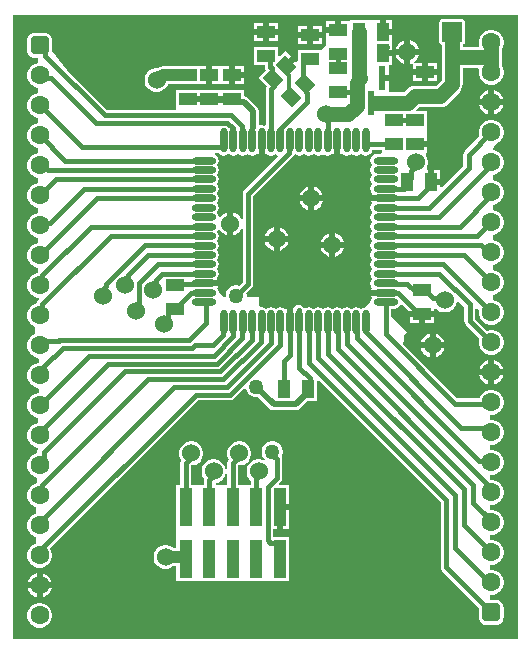
<source format=gbr>
G04*
G04 #@! TF.GenerationSoftware,Altium Limited,Altium Designer,24.3.1 (35)*
G04*
G04 Layer_Physical_Order=1*
G04 Layer_Color=255*
%FSLAX25Y25*%
%MOIN*%
G70*
G04*
G04 #@! TF.SameCoordinates,2C43556E-CA56-414C-B847-F3BA9A1E951D*
G04*
G04*
G04 #@! TF.FilePolarity,Positive*
G04*
G01*
G75*
%ADD21R,0.04016X0.12658*%
G04:AMPARAMS|DCode=22|XSize=55.12mil|YSize=45.28mil|CornerRadius=0mil|HoleSize=0mil|Usage=FLASHONLY|Rotation=315.000|XOffset=0mil|YOffset=0mil|HoleType=Round|Shape=Rectangle|*
%AMROTATEDRECTD22*
4,1,4,-0.03550,0.00348,-0.00348,0.03550,0.03550,-0.00348,0.00348,-0.03550,-0.03550,0.00348,0.0*
%
%ADD22ROTATEDRECTD22*%

%ADD29R,0.06000X0.04000*%
%ADD30R,0.02362X0.08268*%
%ADD31O,0.08071X0.02362*%
%ADD32O,0.02362X0.08071*%
%ADD33R,0.04000X0.06000*%
%ADD34C,0.03000*%
%ADD35C,0.01500*%
%ADD36C,0.05000*%
%ADD37C,0.04000*%
%ADD38C,0.02000*%
%ADD39C,0.01600*%
%ADD40C,0.01400*%
%ADD41R,0.06500X0.06500*%
%ADD42C,0.06299*%
G04:AMPARAMS|DCode=43|XSize=62.99mil|YSize=62.99mil|CornerRadius=15.75mil|HoleSize=0mil|Usage=FLASHONLY|Rotation=90.000|XOffset=0mil|YOffset=0mil|HoleType=Round|Shape=RoundedRectangle|*
%AMROUNDEDRECTD43*
21,1,0.06299,0.03150,0,0,90.0*
21,1,0.03150,0.06299,0,0,90.0*
1,1,0.03150,0.01575,0.01575*
1,1,0.03150,0.01575,-0.01575*
1,1,0.03150,-0.01575,-0.01575*
1,1,0.03150,-0.01575,0.01575*
%
%ADD43ROUNDEDRECTD43*%
%ADD44C,0.06000*%
%ADD45C,0.05000*%
G36*
X456000Y219500D02*
X287854D01*
X287500Y219854D01*
X287512Y427450D01*
X287632Y427500D01*
X456000D01*
Y219500D01*
D02*
G37*
%LPC*%
G36*
X395000Y425500D02*
X392000D01*
Y423500D01*
X395000D01*
Y425500D01*
D02*
G37*
G36*
X414000Y426000D02*
X412000D01*
Y423000D01*
X414000D01*
Y426000D01*
D02*
G37*
G36*
X376000Y425000D02*
X373000D01*
Y423000D01*
X376000D01*
Y425000D01*
D02*
G37*
G36*
X371000D02*
X368000D01*
Y423000D01*
X371000D01*
Y425000D01*
D02*
G37*
G36*
X390500Y424000D02*
X387500D01*
Y422000D01*
X390500D01*
Y424000D01*
D02*
G37*
G36*
X385500D02*
X382500D01*
Y422000D01*
X385500D01*
Y424000D01*
D02*
G37*
G36*
X376000Y421000D02*
X373000D01*
Y419000D01*
X376000D01*
Y421000D01*
D02*
G37*
G36*
X371000D02*
X368000D01*
Y419000D01*
X371000D01*
Y421000D01*
D02*
G37*
G36*
X390500Y420000D02*
X387500D01*
Y418000D01*
X390500D01*
Y420000D01*
D02*
G37*
G36*
X385500D02*
X382500D01*
Y418000D01*
X385500D01*
Y420000D01*
D02*
G37*
G36*
X420044Y419172D02*
Y416299D01*
X422917D01*
X422771Y416843D01*
X422245Y417755D01*
X421500Y418500D01*
X420588Y419027D01*
X420044Y419172D01*
D02*
G37*
G36*
X418044D02*
X417500Y419027D01*
X416588Y418500D01*
X415843Y417755D01*
X415316Y416843D01*
X415171Y416299D01*
X418044D01*
Y419172D01*
D02*
G37*
G36*
Y414299D02*
X415171D01*
X415316Y413755D01*
X415843Y412843D01*
X416588Y412098D01*
X417500Y411572D01*
X418044Y411426D01*
Y414299D01*
D02*
G37*
G36*
X429000Y411500D02*
X426000D01*
Y409500D01*
X429000D01*
Y411500D01*
D02*
G37*
G36*
X422917Y414299D02*
X420044D01*
Y411426D01*
X420522Y411554D01*
X420758Y411432D01*
X421000Y411232D01*
Y409500D01*
X424000D01*
Y411500D01*
X421464D01*
X421330Y412000D01*
X421500Y412098D01*
X422245Y412843D01*
X422771Y413755D01*
X422917Y414299D01*
D02*
G37*
G36*
X364500Y410500D02*
X361500D01*
Y408500D01*
X364500D01*
Y410500D01*
D02*
G37*
G36*
X429000Y407500D02*
X426000D01*
Y405500D01*
X429000D01*
Y407500D01*
D02*
G37*
G36*
X424000D02*
X421000D01*
Y405500D01*
X424000D01*
Y407500D01*
D02*
G37*
G36*
X364500Y406500D02*
X361500D01*
Y404500D01*
X364500D01*
Y406500D01*
D02*
G37*
G36*
X359500Y410500D02*
X354000D01*
Y407500D01*
Y404500D01*
X359500D01*
Y407500D01*
Y410500D01*
D02*
G37*
G36*
X346000Y410526D02*
X337541D01*
X336758Y410423D01*
X336028Y410120D01*
X335871Y410000D01*
X334973D01*
X333956Y409727D01*
X333044Y409201D01*
X332299Y408456D01*
X331773Y407544D01*
X331500Y406527D01*
Y405473D01*
X331773Y404456D01*
X332299Y403544D01*
X333044Y402799D01*
X333956Y402273D01*
X334973Y402000D01*
X336027D01*
X337044Y402273D01*
X337956Y402799D01*
X338701Y403544D01*
X339227Y404456D01*
X339232Y404474D01*
X346000D01*
X346197Y404500D01*
X352000D01*
Y407500D01*
Y410500D01*
X346197D01*
X346000Y410526D01*
D02*
G37*
G36*
X437250Y426270D02*
X430750D01*
X430360Y426192D01*
X430029Y425971D01*
X429808Y425640D01*
X429730Y425250D01*
Y418750D01*
X429808Y418360D01*
X430029Y418029D01*
X430360Y417808D01*
X430470Y417786D01*
Y412500D01*
Y405941D01*
X428558Y404030D01*
X421500D01*
X420586Y403910D01*
X419735Y403557D01*
X419004Y402996D01*
X417904Y401896D01*
X412921D01*
Y405634D01*
X410740D01*
Y407634D01*
X412921D01*
Y411000D01*
X414000D01*
Y414000D01*
X411000D01*
Y416000D01*
X414000D01*
Y416828D01*
X414034Y417000D01*
X414000Y417172D01*
Y418000D01*
Y421000D01*
X411000D01*
Y422000D01*
X410000D01*
Y426000D01*
X400000D01*
Y425500D01*
X397000D01*
Y422500D01*
X396000D01*
Y421500D01*
X392000D01*
Y419500D01*
Y417500D01*
X390500Y416000D01*
X382500D01*
Y412223D01*
X382038Y412032D01*
X381680Y412390D01*
X379372Y410082D01*
X377958Y411496D01*
X380266Y413804D01*
X378317Y415753D01*
X376462Y413898D01*
X376000Y414089D01*
Y417000D01*
X368000D01*
Y411000D01*
X371581D01*
Y410413D01*
X371717Y409730D01*
X371948Y409384D01*
X369247Y406683D01*
X372120Y403810D01*
X371977Y403596D01*
X371842Y402914D01*
Y390911D01*
X371401Y390675D01*
X371327Y390724D01*
X370476Y390893D01*
X370039Y390806D01*
X369539Y391216D01*
Y395500D01*
X369384Y396280D01*
X368942Y396942D01*
X365942Y399942D01*
X365280Y400384D01*
X364500Y400539D01*
Y402500D01*
X342000D01*
Y396500D01*
X341793Y396086D01*
X319010D01*
X305705Y409390D01*
X300620Y415528D01*
X300672Y415925D01*
Y419075D01*
X300583Y419747D01*
X300324Y420373D01*
X299911Y420911D01*
X299373Y421324D01*
X298747Y421583D01*
X298075Y421672D01*
X294925D01*
X294253Y421583D01*
X293627Y421324D01*
X293089Y420911D01*
X292676Y420373D01*
X292417Y419747D01*
X292328Y419075D01*
Y415925D01*
X292417Y415253D01*
X292676Y414627D01*
X293089Y414089D01*
X293627Y413676D01*
X294253Y413417D01*
X294925Y413328D01*
X296000D01*
Y411650D01*
X295954D01*
X294898Y411367D01*
X293952Y410820D01*
X293179Y410048D01*
X292633Y409102D01*
X292350Y408046D01*
Y406954D01*
X292633Y405898D01*
X293179Y404952D01*
X293952Y404179D01*
X294898Y403633D01*
X295954Y403350D01*
X296000D01*
Y401650D01*
X295954D01*
X294898Y401367D01*
X293952Y400820D01*
X293179Y400048D01*
X292633Y399102D01*
X292350Y398046D01*
Y396954D01*
X292633Y395898D01*
X293179Y394952D01*
X293952Y394180D01*
X294898Y393633D01*
X295954Y393350D01*
X296000D01*
Y391650D01*
X295954D01*
X294898Y391367D01*
X293952Y390821D01*
X293179Y390048D01*
X292633Y389102D01*
X292350Y388046D01*
Y386954D01*
X292633Y385898D01*
X293179Y384952D01*
X293952Y384179D01*
X294898Y383633D01*
X295954Y383350D01*
X296000D01*
Y381650D01*
X295954D01*
X294898Y381367D01*
X293952Y380820D01*
X293179Y380048D01*
X292633Y379102D01*
X292350Y378046D01*
Y376954D01*
X292633Y375898D01*
X293179Y374952D01*
X293952Y374180D01*
X294898Y373633D01*
X295954Y373350D01*
X296000D01*
Y371650D01*
X295954D01*
X294898Y371367D01*
X293952Y370820D01*
X293179Y370048D01*
X292633Y369102D01*
X292350Y368046D01*
Y366954D01*
X292633Y365898D01*
X293179Y364952D01*
X293952Y364179D01*
X294898Y363633D01*
X295954Y363350D01*
X296000D01*
Y361650D01*
X295954D01*
X294898Y361367D01*
X293952Y360821D01*
X293179Y360048D01*
X292633Y359102D01*
X292350Y358046D01*
Y356954D01*
X292633Y355898D01*
X293179Y354952D01*
X293952Y354180D01*
X294898Y353633D01*
X295954Y353350D01*
X296000D01*
Y351650D01*
X295954D01*
X294898Y351367D01*
X293952Y350820D01*
X293179Y350048D01*
X292633Y349102D01*
X292350Y348046D01*
Y346954D01*
X292633Y345898D01*
X293179Y344952D01*
X293952Y344180D01*
X294898Y343633D01*
X295954Y343350D01*
X296000D01*
Y342045D01*
X295704Y341601D01*
X295700Y341582D01*
X294898Y341367D01*
X293952Y340821D01*
X293179Y340048D01*
X292633Y339102D01*
X292350Y338046D01*
Y336954D01*
X292633Y335898D01*
X293179Y334952D01*
X293952Y334179D01*
X294898Y333633D01*
X295954Y333350D01*
X296313D01*
X296505Y332889D01*
X296101Y332485D01*
X295704Y331890D01*
X295639Y331565D01*
X294898Y331367D01*
X293952Y330820D01*
X293179Y330048D01*
X292633Y329102D01*
X292350Y328046D01*
Y326954D01*
X292633Y325898D01*
X293179Y324952D01*
X293952Y324180D01*
X294898Y323633D01*
X295000Y323606D01*
Y321394D01*
X294898Y321367D01*
X293952Y320820D01*
X293179Y320048D01*
X292633Y319102D01*
X292350Y318046D01*
Y316954D01*
X292633Y315898D01*
X293179Y314952D01*
X293952Y314179D01*
X294898Y313633D01*
X295954Y313350D01*
X296057D01*
X296406Y312993D01*
X296379Y311650D01*
X295954D01*
X294898Y311367D01*
X293952Y310821D01*
X293179Y310048D01*
X292633Y309102D01*
X292350Y308046D01*
Y306954D01*
X292633Y305898D01*
X293179Y304952D01*
X293952Y304180D01*
X294898Y303633D01*
X295954Y303350D01*
X296202Y303097D01*
X296172Y301650D01*
X295954D01*
X294898Y301367D01*
X293952Y300820D01*
X293179Y300048D01*
X292633Y299102D01*
X292350Y298046D01*
Y296954D01*
X292633Y295898D01*
X293179Y294952D01*
X293952Y294180D01*
X294898Y293633D01*
X295954Y293350D01*
X295999Y293304D01*
X295965Y291650D01*
X295954D01*
X294898Y291367D01*
X293952Y290821D01*
X293179Y290048D01*
X292633Y289102D01*
X292350Y288046D01*
Y286954D01*
X292633Y285898D01*
X293179Y284952D01*
X293952Y284179D01*
X294898Y283633D01*
X295794Y283393D01*
X295757Y281597D01*
X294898Y281367D01*
X293952Y280820D01*
X293179Y280048D01*
X292633Y279102D01*
X292350Y278046D01*
Y276954D01*
X292633Y275898D01*
X293179Y274952D01*
X293952Y274180D01*
X294898Y273633D01*
X295588Y273448D01*
X295549Y271541D01*
X294898Y271367D01*
X293952Y270820D01*
X293179Y270048D01*
X292633Y269102D01*
X292350Y268046D01*
Y266954D01*
X292633Y265898D01*
X293179Y264952D01*
X293952Y264179D01*
X294898Y263633D01*
X295382Y263504D01*
X295341Y261485D01*
X294898Y261367D01*
X293952Y260821D01*
X293179Y260048D01*
X292633Y259102D01*
X292350Y258046D01*
Y256954D01*
X292633Y255898D01*
X293179Y254952D01*
X293952Y254180D01*
X294898Y253633D01*
X295177Y253559D01*
X295133Y251430D01*
X294898Y251367D01*
X293952Y250820D01*
X293179Y250048D01*
X292633Y249102D01*
X292350Y248046D01*
Y246954D01*
X292633Y245898D01*
X293179Y244952D01*
X293952Y244180D01*
X294898Y243633D01*
X295954Y243350D01*
X297046D01*
X298102Y243633D01*
X299048Y244180D01*
X299820Y244952D01*
X300367Y245898D01*
X300650Y246954D01*
Y248046D01*
X300367Y249102D01*
X299939Y249843D01*
X349310Y299215D01*
X359935D01*
X360637Y299354D01*
X361232Y299752D01*
X364764Y303284D01*
X365288Y303101D01*
X365472Y302416D01*
X365932Y301618D01*
X366584Y300966D01*
X367382Y300506D01*
X368272Y300267D01*
X369194D01*
X369316Y300300D01*
X373058Y296558D01*
X373720Y296116D01*
X374500Y295961D01*
X382000D01*
X382780Y296116D01*
X383442Y296558D01*
X385884Y299000D01*
X389000D01*
Y305751D01*
X389462Y305943D01*
X430165Y265240D01*
Y243500D01*
X430304Y242798D01*
X430702Y242202D01*
X442828Y230076D01*
X442828Y230075D01*
Y226925D01*
X442917Y226253D01*
X443176Y225627D01*
X443589Y225089D01*
X444127Y224676D01*
X444753Y224417D01*
X445425Y224328D01*
X448575D01*
X449247Y224417D01*
X449873Y224676D01*
X450411Y225089D01*
X450824Y225627D01*
X451083Y226253D01*
X451172Y226925D01*
Y230075D01*
X451083Y230747D01*
X450824Y231373D01*
X450411Y231911D01*
X449873Y232324D01*
X449247Y232583D01*
X448575Y232672D01*
X446500D01*
Y234350D01*
X447546D01*
X448602Y234633D01*
X449548Y235179D01*
X450320Y235952D01*
X450867Y236898D01*
X451150Y237954D01*
Y239046D01*
X450867Y240102D01*
X450320Y241048D01*
X449548Y241821D01*
X448602Y242367D01*
X447546Y242650D01*
X446500D01*
Y244350D01*
X447546D01*
X448602Y244633D01*
X449548Y245180D01*
X450320Y245952D01*
X450867Y246898D01*
X451150Y247954D01*
Y249046D01*
X450867Y250102D01*
X450320Y251048D01*
X449548Y251820D01*
X448602Y252367D01*
X447546Y252650D01*
X446500D01*
Y254350D01*
X447546D01*
X448602Y254633D01*
X449548Y255180D01*
X450320Y255952D01*
X450867Y256898D01*
X451150Y257954D01*
Y259046D01*
X450867Y260102D01*
X450320Y261048D01*
X449548Y261821D01*
X448602Y262367D01*
X447546Y262650D01*
X446500D01*
Y264350D01*
X447546D01*
X448602Y264633D01*
X449548Y265179D01*
X450320Y265952D01*
X450867Y266898D01*
X451150Y267954D01*
Y269046D01*
X450867Y270102D01*
X450320Y271048D01*
X449548Y271820D01*
X448602Y272367D01*
X447546Y272650D01*
X446872D01*
X446724Y272872D01*
X446500Y273095D01*
Y274350D01*
X447546D01*
X448602Y274633D01*
X449548Y275180D01*
X450320Y275952D01*
X450867Y276898D01*
X451150Y277954D01*
Y279046D01*
X450867Y280102D01*
X450320Y281048D01*
X449548Y281821D01*
X448602Y282367D01*
X447546Y282650D01*
X446500D01*
Y284350D01*
X447546D01*
X448602Y284633D01*
X449548Y285179D01*
X450320Y285952D01*
X450867Y286898D01*
X451150Y287954D01*
Y289046D01*
X450867Y290102D01*
X450320Y291048D01*
X449548Y291821D01*
X448602Y292367D01*
X447546Y292650D01*
X446500D01*
Y294350D01*
X447546D01*
X448602Y294633D01*
X449548Y295180D01*
X450320Y295952D01*
X450867Y296898D01*
X451150Y297954D01*
Y299046D01*
X450867Y300102D01*
X450320Y301048D01*
X449548Y301820D01*
X448602Y302367D01*
X447546Y302650D01*
X446454D01*
X445398Y302367D01*
X444452Y301820D01*
X443680Y301048D01*
X443133Y300102D01*
X443092Y299948D01*
X435648D01*
X417557Y318038D01*
X417749Y318500D01*
X418000D01*
Y321000D01*
X419000Y322000D01*
X413650Y327350D01*
Y329654D01*
X414669D01*
X415520Y329823D01*
X416242Y330306D01*
X416703Y330995D01*
X416790Y331071D01*
X417207Y331197D01*
X419405Y329000D01*
X424000D01*
X428000D01*
Y329636D01*
X428500Y329843D01*
X429044Y329299D01*
X429956Y328773D01*
X430973Y328500D01*
X432027D01*
X433044Y328773D01*
X433956Y329299D01*
X434701Y330044D01*
X435227Y330956D01*
X435500Y331973D01*
Y332251D01*
X435962Y332443D01*
X438012Y330392D01*
Y325653D01*
X438152Y324950D01*
X438550Y324355D01*
X443063Y319841D01*
X442850Y319046D01*
Y317954D01*
X443133Y316898D01*
X443680Y315952D01*
X444452Y315179D01*
X445398Y314633D01*
X446454Y314350D01*
X447546D01*
X448602Y314633D01*
X449548Y315179D01*
X450320Y315952D01*
X450867Y316898D01*
X451150Y317954D01*
Y319046D01*
X450867Y320102D01*
X450320Y321048D01*
X449548Y321820D01*
X448602Y322367D01*
X447546Y322650D01*
X446454D01*
X445659Y322437D01*
X441683Y326413D01*
Y329664D01*
X442145Y329855D01*
X442872Y329128D01*
X442850Y329046D01*
Y327954D01*
X443133Y326898D01*
X443680Y325952D01*
X444452Y325180D01*
X445398Y324633D01*
X446454Y324350D01*
X447546D01*
X448602Y324633D01*
X449548Y325180D01*
X450320Y325952D01*
X450867Y326898D01*
X451150Y327954D01*
Y329046D01*
X450867Y330102D01*
X450320Y331048D01*
X449548Y331821D01*
X448602Y332367D01*
X447546Y332650D01*
X447500D01*
Y334350D01*
X447546D01*
X448602Y334633D01*
X449548Y335179D01*
X450320Y335952D01*
X450867Y336898D01*
X451150Y337954D01*
Y339046D01*
X450867Y340102D01*
X450320Y341048D01*
X449548Y341821D01*
X448602Y342367D01*
X447546Y342650D01*
X447500D01*
Y344350D01*
X447546D01*
X448602Y344633D01*
X449548Y345180D01*
X450320Y345952D01*
X450867Y346898D01*
X451150Y347954D01*
Y349046D01*
X450867Y350102D01*
X450320Y351048D01*
X449548Y351820D01*
X448602Y352367D01*
X447546Y352650D01*
X447500D01*
Y354350D01*
X447546D01*
X448602Y354633D01*
X449548Y355180D01*
X450320Y355952D01*
X450867Y356898D01*
X451150Y357954D01*
Y359046D01*
X450867Y360102D01*
X450320Y361048D01*
X449548Y361821D01*
X448602Y362367D01*
X447546Y362650D01*
X447500D01*
Y364350D01*
X447546D01*
X448602Y364633D01*
X449548Y365179D01*
X450320Y365952D01*
X450867Y366898D01*
X451150Y367954D01*
Y369046D01*
X450867Y370102D01*
X450320Y371048D01*
X449548Y371820D01*
X448602Y372367D01*
X447546Y372650D01*
X447500D01*
Y374350D01*
X447546D01*
X448602Y374633D01*
X449548Y375180D01*
X450320Y375952D01*
X450867Y376898D01*
X451150Y377954D01*
Y379046D01*
X450867Y380102D01*
X450320Y381048D01*
X449548Y381821D01*
X448602Y382367D01*
X447824Y382575D01*
X447638Y383128D01*
X448602Y384633D01*
X449548Y385179D01*
X450320Y385952D01*
X450867Y386898D01*
X451150Y387954D01*
Y389046D01*
X450867Y390102D01*
X450320Y391048D01*
X449548Y391821D01*
X448602Y392367D01*
X447546Y392650D01*
X446454D01*
X445398Y392367D01*
X444452Y391821D01*
X443680Y391048D01*
X443133Y390102D01*
X442850Y389046D01*
Y387954D01*
X443063Y387159D01*
X438202Y382298D01*
X437804Y381702D01*
X437665Y381000D01*
Y377260D01*
X430462Y370057D01*
X430000Y370249D01*
Y371000D01*
X427000D01*
Y372000D01*
X426000D01*
Y376000D01*
X425753D01*
X425464Y376500D01*
X425727Y376956D01*
X426000Y377973D01*
Y379027D01*
X425727Y380044D01*
X425201Y380956D01*
X425119Y381038D01*
X425310Y381500D01*
X425500D01*
Y383500D01*
X421500D01*
Y385500D01*
X425500D01*
Y387500D01*
Y389500D01*
Y395500D01*
X422176D01*
X421992Y396000D01*
X422962Y396970D01*
X430021D01*
X430934Y397090D01*
X431786Y397443D01*
X432517Y398004D01*
X436496Y401983D01*
X437057Y402714D01*
X437410Y403566D01*
X437530Y404479D01*
Y409970D01*
X442687D01*
X442992Y409573D01*
X442850Y409046D01*
Y407954D01*
X443133Y406898D01*
X443680Y405952D01*
X444452Y405180D01*
X445398Y404633D01*
X446454Y404350D01*
X447546D01*
X448602Y404633D01*
X449548Y405180D01*
X450320Y405952D01*
X450867Y406898D01*
X451150Y407954D01*
Y409046D01*
X450867Y410102D01*
X450530Y410685D01*
Y413500D01*
Y416315D01*
X450867Y416898D01*
X451150Y417954D01*
Y419046D01*
X450867Y420102D01*
X450320Y421048D01*
X449548Y421820D01*
X448602Y422367D01*
X447546Y422650D01*
X446454D01*
X445398Y422367D01*
X444452Y421820D01*
X443680Y421048D01*
X443133Y420102D01*
X442850Y419046D01*
Y417954D01*
X442992Y417427D01*
X442687Y417030D01*
X437530D01*
Y417786D01*
X437640Y417808D01*
X437971Y418029D01*
X438192Y418360D01*
X438270Y418750D01*
Y425250D01*
X438192Y425640D01*
X437971Y425971D01*
X437640Y426192D01*
X437250Y426270D01*
D02*
G37*
G36*
X448000Y402528D02*
Y399500D01*
X451028D01*
X450867Y400102D01*
X450320Y401048D01*
X449548Y401821D01*
X448602Y402367D01*
X448000Y402528D01*
D02*
G37*
G36*
X446000D02*
X445398Y402367D01*
X444452Y401821D01*
X443680Y401048D01*
X443133Y400102D01*
X442972Y399500D01*
X446000D01*
Y402528D01*
D02*
G37*
G36*
X451028Y397500D02*
X448000D01*
Y394472D01*
X448602Y394633D01*
X449548Y395180D01*
X450320Y395952D01*
X450867Y396898D01*
X451028Y397500D01*
D02*
G37*
G36*
X446000D02*
X442972D01*
X443133Y396898D01*
X443680Y395952D01*
X444452Y395180D01*
X445398Y394633D01*
X446000Y394472D01*
Y397500D01*
D02*
G37*
G36*
X430000Y376000D02*
X428000D01*
Y373000D01*
X430000D01*
Y376000D01*
D02*
G37*
G36*
X428000Y327000D02*
X425000D01*
Y325000D01*
X428000D01*
Y327000D01*
D02*
G37*
G36*
X423000D02*
X420000D01*
Y325000D01*
X423000D01*
Y327000D01*
D02*
G37*
G36*
X428500Y321373D02*
Y318500D01*
X431373D01*
X431227Y319044D01*
X430701Y319956D01*
X429956Y320701D01*
X429044Y321227D01*
X428500Y321373D01*
D02*
G37*
G36*
X426500D02*
X425956Y321227D01*
X425044Y320701D01*
X424299Y319956D01*
X423773Y319044D01*
X423627Y318500D01*
X426500D01*
Y321373D01*
D02*
G37*
G36*
X431373Y316500D02*
X428500D01*
Y313627D01*
X429044Y313773D01*
X429956Y314299D01*
X430701Y315044D01*
X431227Y315956D01*
X431373Y316500D01*
D02*
G37*
G36*
X426500D02*
X423627D01*
X423773Y315956D01*
X424299Y315044D01*
X425044Y314299D01*
X425956Y313773D01*
X426500Y313627D01*
Y316500D01*
D02*
G37*
G36*
X448000Y312528D02*
Y309500D01*
X451028D01*
X450867Y310102D01*
X450320Y311048D01*
X449548Y311821D01*
X448602Y312367D01*
X448000Y312528D01*
D02*
G37*
G36*
X446000D02*
X445398Y312367D01*
X444452Y311821D01*
X443680Y311048D01*
X443133Y310102D01*
X442972Y309500D01*
X446000D01*
Y312528D01*
D02*
G37*
G36*
X451028Y307500D02*
X448000D01*
Y304472D01*
X448602Y304633D01*
X449548Y305180D01*
X450320Y305952D01*
X450867Y306898D01*
X451028Y307500D01*
D02*
G37*
G36*
X446000D02*
X442972D01*
X443133Y306898D01*
X443680Y305952D01*
X444452Y305180D01*
X445398Y304633D01*
X446000Y304472D01*
Y307500D01*
D02*
G37*
G36*
X374461Y285500D02*
X373539D01*
X372649Y285262D01*
X371851Y284801D01*
X371199Y284149D01*
X370739Y283351D01*
X370500Y282461D01*
Y281539D01*
X370739Y280649D01*
X371199Y279851D01*
X371521Y279529D01*
X371214Y279129D01*
X371044Y279227D01*
X370027Y279500D01*
X368973D01*
X367956Y279227D01*
X367044Y278701D01*
X366299Y277956D01*
X365773Y277044D01*
X365500Y276027D01*
Y274973D01*
X365773Y273956D01*
X366299Y273044D01*
X366964Y272379D01*
Y270964D01*
X363013Y270943D01*
X362658Y271295D01*
Y277500D01*
X363527D01*
X364544Y277773D01*
X365456Y278299D01*
X366201Y279044D01*
X366727Y279956D01*
X367000Y280973D01*
Y282027D01*
X366727Y283044D01*
X366201Y283956D01*
X365456Y284701D01*
X364544Y285227D01*
X363527Y285500D01*
X362473D01*
X361456Y285227D01*
X360544Y284701D01*
X359799Y283956D01*
X359273Y283044D01*
X359000Y282027D01*
Y280973D01*
X359273Y279956D01*
X359530Y279510D01*
X359226Y279054D01*
X359090Y278371D01*
Y270921D01*
X355462Y270902D01*
X355141Y271400D01*
X355198Y271546D01*
X356044Y271773D01*
X356956Y272299D01*
X357701Y273044D01*
X358227Y273956D01*
X358500Y274973D01*
Y276027D01*
X358227Y277044D01*
X357701Y277956D01*
X356956Y278701D01*
X356044Y279227D01*
X355027Y279500D01*
X353973D01*
X352956Y279227D01*
X352044Y278701D01*
X351299Y277956D01*
X350773Y277044D01*
X350500Y276027D01*
Y274973D01*
X350773Y273956D01*
X351276Y273084D01*
X351216Y272782D01*
Y270878D01*
X347265Y270857D01*
X346910Y271209D01*
Y277500D01*
X347527D01*
X348544Y277773D01*
X349456Y278299D01*
X350201Y279044D01*
X350727Y279956D01*
X351000Y280973D01*
Y282027D01*
X350727Y283044D01*
X350201Y283956D01*
X349456Y284701D01*
X348544Y285227D01*
X347527Y285500D01*
X346473D01*
X345456Y285227D01*
X344544Y284701D01*
X343799Y283956D01*
X343273Y283044D01*
X343000Y282027D01*
Y280973D01*
X343273Y279956D01*
X343636Y279328D01*
X343478Y279091D01*
X343342Y278408D01*
Y270835D01*
X342118Y270829D01*
Y256171D01*
Y250026D01*
X341131D01*
X340956Y250201D01*
X340044Y250727D01*
X339027Y251000D01*
X337973D01*
X336956Y250727D01*
X336044Y250201D01*
X335299Y249456D01*
X334773Y248544D01*
X334500Y247527D01*
Y246473D01*
X334773Y245456D01*
X335299Y244544D01*
X336044Y243799D01*
X336956Y243273D01*
X337973Y243000D01*
X339027D01*
X340044Y243273D01*
X340956Y243799D01*
X341131Y243974D01*
X342118D01*
Y239026D01*
X373614D01*
X373614Y239026D01*
Y239026D01*
X379630D01*
Y253683D01*
X374290D01*
Y256171D01*
X375622D01*
Y263500D01*
X376622D01*
Y264500D01*
X379630D01*
Y270829D01*
X376316D01*
X376125Y271291D01*
X376762Y271928D01*
X377149Y272507D01*
X377284Y273189D01*
X377284Y273189D01*
Y279553D01*
X377149Y280236D01*
X377081Y280337D01*
X377261Y280649D01*
X377500Y281539D01*
Y282461D01*
X377261Y283351D01*
X376801Y284149D01*
X376149Y284801D01*
X375351Y285262D01*
X374461Y285500D01*
D02*
G37*
G36*
X379630Y262500D02*
X377622D01*
Y256171D01*
X379630D01*
Y262500D01*
D02*
G37*
G36*
X297500Y241528D02*
Y238500D01*
X300528D01*
X300367Y239102D01*
X299820Y240048D01*
X299048Y240821D01*
X298102Y241367D01*
X297500Y241528D01*
D02*
G37*
G36*
X295500D02*
X294898Y241367D01*
X293952Y240821D01*
X293179Y240048D01*
X292633Y239102D01*
X292472Y238500D01*
X295500D01*
Y241528D01*
D02*
G37*
G36*
X300528Y236500D02*
X297500D01*
Y233472D01*
X298102Y233633D01*
X299048Y234179D01*
X299820Y234952D01*
X300367Y235898D01*
X300528Y236500D01*
D02*
G37*
G36*
X295500D02*
X292472D01*
X292633Y235898D01*
X293179Y234952D01*
X293952Y234179D01*
X294898Y233633D01*
X295500Y233472D01*
Y236500D01*
D02*
G37*
G36*
X297046Y231650D02*
X295954D01*
X294898Y231367D01*
X293952Y230820D01*
X293179Y230048D01*
X292633Y229102D01*
X292350Y228046D01*
Y226954D01*
X292633Y225898D01*
X293179Y224952D01*
X293952Y224180D01*
X294898Y223633D01*
X295954Y223350D01*
X297046D01*
X298102Y223633D01*
X299048Y224180D01*
X299820Y224952D01*
X300367Y225898D01*
X300650Y226954D01*
Y228046D01*
X300367Y229102D01*
X299820Y230048D01*
X299048Y230820D01*
X298102Y231367D01*
X297046Y231650D01*
D02*
G37*
%LPD*%
G36*
X396599Y382961D02*
X396673Y382587D01*
Y381006D01*
X397246Y381388D01*
X397250D01*
X397972Y380906D01*
X398823Y380737D01*
X399674Y380906D01*
X399983Y381113D01*
X400398Y381387D01*
X400812Y381113D01*
X401121Y380906D01*
X401972Y380737D01*
X402823Y380906D01*
X403545Y381388D01*
X403550D01*
X404271Y380906D01*
X405122Y380737D01*
X405973Y380906D01*
X406695Y381388D01*
X407177Y382110D01*
X407287Y382665D01*
X410500D01*
Y381500D01*
X410064Y381346D01*
X408961D01*
X408110Y381177D01*
X407388Y380695D01*
X406906Y379973D01*
X406737Y379122D01*
X406906Y378271D01*
X407388Y377550D01*
Y377545D01*
X406906Y376823D01*
X406737Y375972D01*
X406906Y375121D01*
X407388Y374400D01*
Y374395D01*
X406906Y373674D01*
X406737Y372823D01*
X406906Y371972D01*
X407388Y371250D01*
Y371246D01*
X406906Y370524D01*
X406737Y369673D01*
X406906Y368822D01*
X407388Y368101D01*
Y368096D01*
X407006Y367524D01*
X408587D01*
X408961Y367449D01*
X411815D01*
Y365598D01*
X408961D01*
X408586Y365524D01*
X407006D01*
X407388Y364951D01*
Y364947D01*
X406906Y364225D01*
X406737Y363374D01*
X406906Y362523D01*
X407388Y361802D01*
Y361797D01*
X406906Y361075D01*
X406737Y360224D01*
X406906Y359373D01*
X407388Y358652D01*
Y358647D01*
X406906Y357926D01*
X406737Y357075D01*
X406906Y356224D01*
X407388Y355502D01*
Y355498D01*
X406906Y354776D01*
X406737Y353925D01*
X406906Y353074D01*
X407388Y352353D01*
Y352348D01*
X406906Y351627D01*
X406737Y350776D01*
X406906Y349925D01*
X407388Y349203D01*
Y349199D01*
X406906Y348477D01*
X406737Y347626D01*
X406906Y346775D01*
X407388Y346054D01*
Y346049D01*
X406906Y345327D01*
X406737Y344476D01*
X406906Y343625D01*
X407388Y342904D01*
Y342899D01*
X406906Y342178D01*
X406737Y341327D01*
X406906Y340476D01*
X407388Y339754D01*
Y339750D01*
X406906Y339028D01*
X406737Y338177D01*
X406906Y337326D01*
X407113Y337017D01*
X407387Y336602D01*
X407113Y336188D01*
X407006Y336028D01*
X408586D01*
X408961Y335953D01*
X411815D01*
Y334102D01*
X408961D01*
X408587Y334028D01*
X407006D01*
X407388Y333455D01*
Y333450D01*
X406906Y332729D01*
X406737Y331878D01*
X405122Y330263D01*
X404271Y330094D01*
X403550Y329612D01*
X403545D01*
X402823Y330094D01*
X401972Y330263D01*
X401121Y330094D01*
X400400Y329612D01*
X400395D01*
X399674Y330094D01*
X398823Y330263D01*
X397972Y330094D01*
X397250Y329612D01*
X397246D01*
X396524Y330094D01*
X395673Y330263D01*
X394822Y330094D01*
X394101Y329612D01*
X394096D01*
X393375Y330094D01*
X392524Y330263D01*
X391673Y330094D01*
X390951Y329612D01*
X390947D01*
X390225Y330094D01*
X389374Y330263D01*
X388523Y330094D01*
X387802Y329612D01*
X387797D01*
X387075Y330094D01*
X386224Y330263D01*
X385373Y330094D01*
X385029Y329864D01*
X384505Y329936D01*
X384443Y330028D01*
X384118Y330515D01*
X383539Y330902D01*
X382856Y331038D01*
X382173Y330902D01*
X381595Y330515D01*
X381208Y329936D01*
X380925Y330038D01*
Y328414D01*
X380851Y328039D01*
Y325185D01*
X379000D01*
Y328039D01*
X378925Y328414D01*
Y329994D01*
X378353Y329612D01*
X378348D01*
X377627Y330094D01*
X376776Y330263D01*
X375925Y330094D01*
X375203Y329612D01*
X375199D01*
X374477Y330094D01*
X373626Y330263D01*
X372775Y330094D01*
X372054Y329612D01*
X372049D01*
X371327Y330094D01*
X370476Y330263D01*
X370329Y330234D01*
X369531Y331031D01*
Y333531D01*
X365506D01*
X365500Y333539D01*
Y334461D01*
X365391Y334868D01*
X367262Y336738D01*
X367262Y336738D01*
X367649Y337317D01*
X367784Y338000D01*
Y367301D01*
X380968Y380485D01*
X380968Y380485D01*
X381294Y380972D01*
X381355Y381064D01*
X381879Y381136D01*
X381915Y381113D01*
X382224Y380906D01*
X383075Y380737D01*
X383926Y380906D01*
X384647Y381388D01*
X384652D01*
X385373Y380906D01*
X386224Y380737D01*
X387075Y380906D01*
X387797Y381388D01*
X387802D01*
X388523Y380906D01*
X389374Y380737D01*
X390225Y380906D01*
X390534Y381113D01*
X390949Y381387D01*
X391364Y381113D01*
X391673Y380906D01*
X392524Y380737D01*
X393375Y380906D01*
X394096Y381388D01*
X394101D01*
X394673Y381006D01*
Y382587D01*
X394748Y382961D01*
Y385815D01*
X396599D01*
Y382961D01*
D02*
G37*
G36*
X371402D02*
X371476Y382586D01*
Y381006D01*
X371636Y381113D01*
X372051Y381387D01*
X372466Y381113D01*
X372775Y380906D01*
X373626Y380737D01*
X374477Y380906D01*
X375199Y381388D01*
X375203D01*
X375751Y381022D01*
X375881Y380444D01*
X364738Y369302D01*
X364352Y368723D01*
X364216Y368040D01*
Y359653D01*
X363727Y359544D01*
X363201Y360456D01*
X362456Y361201D01*
X361544Y361727D01*
X361000Y361873D01*
Y358000D01*
Y354127D01*
X361544Y354273D01*
X362456Y354799D01*
X363201Y355544D01*
X363727Y356456D01*
X364216Y356347D01*
Y338739D01*
X362868Y337391D01*
X362461Y337500D01*
X361539D01*
X360649Y337262D01*
X359851Y336801D01*
X359199Y336149D01*
X358738Y335351D01*
X358500Y334461D01*
Y333607D01*
X358000Y333563D01*
X356196Y335367D01*
X356094Y335879D01*
X355888Y336188D01*
X355613Y336602D01*
X355888Y337017D01*
X355994Y337177D01*
X354414D01*
X354039Y337252D01*
X351185D01*
Y339103D01*
X354039D01*
X354414Y339177D01*
X355994D01*
X355612Y339750D01*
Y339754D01*
X356094Y340476D01*
X356263Y341327D01*
X356094Y342178D01*
X355612Y342899D01*
Y342904D01*
X356094Y343625D01*
X356263Y344476D01*
X356094Y345327D01*
X355612Y346049D01*
Y346054D01*
X356094Y346775D01*
X356263Y347626D01*
X356094Y348477D01*
X355612Y349199D01*
Y349203D01*
X356094Y349925D01*
X356263Y350776D01*
X356094Y351627D01*
X355612Y352348D01*
Y352353D01*
X356094Y353074D01*
X356263Y353925D01*
X356094Y354776D01*
X355612Y355498D01*
Y355502D01*
X355952Y356011D01*
X356524Y356020D01*
X356799Y355544D01*
X357544Y354799D01*
X358456Y354273D01*
X359000Y354127D01*
Y358000D01*
Y361873D01*
X358456Y361727D01*
X357544Y361201D01*
X356799Y360456D01*
X356745Y360363D01*
X356218Y360450D01*
X356094Y361075D01*
X355612Y361797D01*
Y361802D01*
X356094Y362523D01*
X356263Y363374D01*
X356094Y364225D01*
X355612Y364947D01*
Y364951D01*
X356094Y365673D01*
X356263Y366524D01*
X356094Y367375D01*
X355612Y368096D01*
Y368101D01*
X356094Y368822D01*
X356263Y369673D01*
X356094Y370524D01*
X355612Y371246D01*
Y371250D01*
X356094Y371972D01*
X356263Y372823D01*
X356094Y373674D01*
X355612Y374395D01*
Y374400D01*
X356094Y375121D01*
X356263Y375972D01*
X356094Y376823D01*
X355612Y377545D01*
Y377550D01*
X356094Y378271D01*
X356263Y379122D01*
X356094Y379973D01*
X355612Y380695D01*
X354908Y381165D01*
X354900Y381202D01*
X354998Y381665D01*
X356121D01*
X356306Y381388D01*
X357027Y380906D01*
X357878Y380737D01*
X358729Y380906D01*
X359450Y381388D01*
X359455D01*
X360176Y380906D01*
X361028Y380737D01*
X361879Y380906D01*
X362600Y381388D01*
X362605D01*
X363326Y380906D01*
X364177Y380737D01*
X365028Y380906D01*
X365337Y381113D01*
X365752Y381387D01*
X366167Y381113D01*
X366476Y380906D01*
X367327Y380737D01*
X368178Y380906D01*
X368899Y381388D01*
X368904D01*
X369476Y381006D01*
Y382587D01*
X369551Y382961D01*
Y385815D01*
X371402D01*
Y382961D01*
D02*
G37*
%LPC*%
G36*
X388000Y370373D02*
Y367500D01*
X390873D01*
X390727Y368044D01*
X390201Y368956D01*
X389456Y369701D01*
X388544Y370227D01*
X388000Y370373D01*
D02*
G37*
G36*
X386000D02*
X385456Y370227D01*
X384544Y369701D01*
X383799Y368956D01*
X383273Y368044D01*
X383127Y367500D01*
X386000D01*
Y370373D01*
D02*
G37*
G36*
X390873Y365500D02*
X388000D01*
Y362627D01*
X388544Y362773D01*
X389456Y363299D01*
X390201Y364044D01*
X390727Y364956D01*
X390873Y365500D01*
D02*
G37*
G36*
X386000D02*
X383127D01*
X383273Y364956D01*
X383799Y364044D01*
X384544Y363299D01*
X385456Y362773D01*
X386000Y362627D01*
Y365500D01*
D02*
G37*
G36*
X376500Y356873D02*
Y354000D01*
X379373D01*
X379227Y354544D01*
X378701Y355456D01*
X377956Y356201D01*
X377044Y356727D01*
X376500Y356873D01*
D02*
G37*
G36*
X374500D02*
X373956Y356727D01*
X373044Y356201D01*
X372299Y355456D01*
X371773Y354544D01*
X371627Y354000D01*
X374500D01*
Y356873D01*
D02*
G37*
G36*
X395000Y354873D02*
Y352000D01*
X397873D01*
X397727Y352544D01*
X397201Y353456D01*
X396456Y354201D01*
X395544Y354727D01*
X395000Y354873D01*
D02*
G37*
G36*
X393000D02*
X392456Y354727D01*
X391544Y354201D01*
X390799Y353456D01*
X390273Y352544D01*
X390127Y352000D01*
X393000D01*
Y354873D01*
D02*
G37*
G36*
X379373Y352000D02*
X376500D01*
Y349127D01*
X377044Y349273D01*
X377956Y349799D01*
X378701Y350544D01*
X379227Y351456D01*
X379373Y352000D01*
D02*
G37*
G36*
X374500D02*
X371627D01*
X371773Y351456D01*
X372299Y350544D01*
X373044Y349799D01*
X373956Y349273D01*
X374500Y349127D01*
Y352000D01*
D02*
G37*
G36*
X397873Y350000D02*
X395000D01*
Y347127D01*
X395544Y347273D01*
X396456Y347799D01*
X397201Y348544D01*
X397727Y349456D01*
X397873Y350000D01*
D02*
G37*
G36*
X393000D02*
X390127D01*
X390273Y349456D01*
X390799Y348544D01*
X391544Y347799D01*
X392456Y347273D01*
X393000Y347127D01*
Y350000D01*
D02*
G37*
%LPD*%
D21*
X345126Y246354D02*
D03*
X353000D02*
D03*
X360874D02*
D03*
X368748D02*
D03*
X376622D02*
D03*
X345126Y263500D02*
D03*
X353000D02*
D03*
X360874D02*
D03*
X368748D02*
D03*
X376622D02*
D03*
D22*
X374211Y406335D02*
D03*
X380335Y400211D02*
D03*
X384789Y404665D02*
D03*
X378665Y410789D02*
D03*
D29*
X386500Y421000D02*
D03*
Y413000D02*
D03*
X414500Y384500D02*
D03*
Y392500D02*
D03*
X396000Y414500D02*
D03*
Y422500D02*
D03*
X421500Y392500D02*
D03*
Y384500D02*
D03*
X396000Y402000D02*
D03*
Y410000D02*
D03*
X360500Y407500D02*
D03*
Y399500D02*
D03*
X372000Y414000D02*
D03*
Y422000D02*
D03*
X424000Y328000D02*
D03*
Y336000D02*
D03*
X341500Y337500D02*
D03*
Y329500D02*
D03*
X425000Y408500D02*
D03*
Y400500D02*
D03*
X353000Y407500D02*
D03*
Y399500D02*
D03*
X346000Y407500D02*
D03*
Y399500D02*
D03*
D30*
X410740Y406634D02*
D03*
X403260D02*
D03*
X407000Y398366D02*
D03*
D31*
X351185Y379122D02*
D03*
Y375972D02*
D03*
Y372823D02*
D03*
Y369673D02*
D03*
Y366524D02*
D03*
Y363374D02*
D03*
Y360224D02*
D03*
Y357075D02*
D03*
Y353925D02*
D03*
Y350776D02*
D03*
Y347626D02*
D03*
Y344476D02*
D03*
Y341327D02*
D03*
Y338177D02*
D03*
Y335028D02*
D03*
Y331878D02*
D03*
X411815D02*
D03*
Y335028D02*
D03*
Y338177D02*
D03*
Y341327D02*
D03*
Y344476D02*
D03*
Y347626D02*
D03*
Y350776D02*
D03*
Y353925D02*
D03*
Y357075D02*
D03*
Y360224D02*
D03*
Y363374D02*
D03*
Y366524D02*
D03*
Y369673D02*
D03*
Y372823D02*
D03*
Y375972D02*
D03*
Y379122D02*
D03*
D32*
X357878Y325185D02*
D03*
X361028D02*
D03*
X364177D02*
D03*
X367327D02*
D03*
X370476D02*
D03*
X373626D02*
D03*
X376776D02*
D03*
X379925D02*
D03*
X383075D02*
D03*
X386224D02*
D03*
X389374D02*
D03*
X392524D02*
D03*
X395673D02*
D03*
X398823D02*
D03*
X401972D02*
D03*
X405122D02*
D03*
Y385815D02*
D03*
X401972D02*
D03*
X398823D02*
D03*
X395673D02*
D03*
X392524D02*
D03*
X389374D02*
D03*
X386224D02*
D03*
X383075D02*
D03*
X379925D02*
D03*
X376776D02*
D03*
X373626D02*
D03*
X370476D02*
D03*
X367327D02*
D03*
X364177D02*
D03*
X361028D02*
D03*
X357878D02*
D03*
D33*
X411000Y415000D02*
D03*
X403000D02*
D03*
X378000Y303000D02*
D03*
X386000D02*
D03*
X427000Y372000D02*
D03*
X419000D02*
D03*
X411000Y422000D02*
D03*
X403000D02*
D03*
D34*
X434000D02*
D03*
D35*
X385635Y398524D02*
Y401679D01*
X384789Y402524D02*
X385635Y401679D01*
X376994Y389883D02*
X385635Y398524D01*
X384789Y402524D02*
Y404665D01*
X376994Y389121D02*
Y389883D01*
X376776Y385815D02*
Y388903D01*
X376994Y389121D01*
X396000Y410000D02*
Y414500D01*
Y402000D02*
X402319D01*
X411000Y415750D02*
X412250Y417000D01*
X411000Y415000D02*
Y415750D01*
X385051Y303000D02*
X386551Y304500D01*
Y306500D01*
X430639Y333361D02*
X431500Y332500D01*
X427639Y333361D02*
X430639D01*
X425000Y336000D02*
X427639Y333361D01*
X423051Y336000D02*
X425000D01*
X335361Y339129D02*
Y339336D01*
X335304Y339072D02*
X335361Y339129D01*
X334443Y336000D02*
X335304Y336861D01*
Y339072D01*
X329693Y332182D02*
Y338411D01*
X329611Y332100D02*
X329693Y332182D01*
X329611Y329914D02*
Y332100D01*
X328750Y329053D02*
X329611Y329914D01*
X335361Y339336D02*
X337352Y341327D01*
X351185D01*
X342500Y329500D02*
X343750Y330750D01*
X340500Y329500D02*
X342500D01*
X343750Y331750D02*
X346863Y334863D01*
X351020D02*
X351185Y335028D01*
X346863Y334863D02*
X351020D01*
X343750Y330750D02*
Y331750D01*
X341500Y337500D02*
X342012Y338012D01*
X351020D01*
X351185Y338177D01*
X338000Y325534D02*
X339250Y326784D01*
X338000Y324500D02*
Y325534D01*
X336033Y344750D02*
X346760D01*
X329693Y338411D02*
X336033Y344750D01*
X346760D02*
X346869Y344641D01*
X351020D01*
X351185Y344476D01*
X339250Y326784D02*
Y328250D01*
X340500Y329500D01*
X384441Y411750D02*
X385691Y413000D01*
X373863Y406683D02*
X374211Y406335D01*
X373863Y406683D02*
X374559Y405987D01*
Y403846D02*
Y405987D01*
X373626Y402914D02*
X374559Y403846D01*
X373626Y385815D02*
Y402914D01*
X392000Y394500D02*
X392524Y393976D01*
Y385815D02*
Y393976D01*
X385691Y413000D02*
X386500D01*
X373863Y406683D02*
Y409915D01*
X373365Y410413D02*
X373863Y409915D01*
X373365Y410413D02*
Y412750D01*
X372115Y414000D02*
X373365Y412750D01*
X372000Y414000D02*
X372115D01*
X384441Y405013D02*
Y411750D01*
X374000Y281053D02*
Y282000D01*
Y281053D02*
X375500Y279553D01*
Y273189D02*
Y279553D01*
X372506Y270195D02*
X375500Y273189D01*
X372506Y252514D02*
Y270195D01*
Y252514D02*
X373385Y251636D01*
X375364D01*
X376622Y250378D01*
Y246354D02*
Y250378D01*
X368748Y263500D02*
Y274748D01*
X369500Y275500D01*
X360874Y263500D02*
Y278371D01*
X363000Y280497D01*
Y281500D01*
X353000Y272782D02*
X354500Y274282D01*
Y275500D01*
X353000Y263500D02*
Y272782D01*
X345126Y278408D02*
X347000Y280282D01*
Y281500D01*
X345126Y263500D02*
Y278408D01*
X318361Y337079D02*
X318547Y337264D01*
X318361Y334861D02*
Y337079D01*
X317500Y334000D02*
X318361Y334861D01*
X420250Y375532D02*
X422000Y377282D01*
X419000Y372000D02*
X420250Y373250D01*
Y375532D01*
X422000Y377282D02*
Y378500D01*
X418750Y371750D02*
X419000Y372000D01*
X418750Y370552D02*
Y371750D01*
X417871Y369673D02*
X418750Y370552D01*
X411815Y369673D02*
X417871D01*
X422524Y366524D02*
X427000Y371000D01*
Y372000D01*
X411815Y366524D02*
X422524D01*
X318547Y337264D02*
Y337878D01*
X362000Y334000D02*
X366000Y338000D01*
Y368040D01*
X379707Y381747D01*
Y382133D01*
X379760Y382186D01*
Y385650D01*
X379925Y385815D01*
Y314270D02*
Y325185D01*
X332626Y347626D02*
X351185D01*
X325980Y340980D02*
X332626Y347626D01*
X346915Y351085D02*
X347059Y350941D01*
X411815Y338177D02*
X411889Y338103D01*
X318547Y337878D02*
X331754Y351085D01*
X378000Y303000D02*
Y312345D01*
X382856Y328868D02*
Y329254D01*
X347059Y350941D02*
X351020D01*
X382856Y328868D02*
X382910Y328814D01*
X325980Y340685D02*
Y340980D01*
X378000Y312345D02*
X379925Y314270D01*
X383075Y309976D02*
Y325185D01*
X382910Y325350D02*
X383075Y325185D01*
X351020Y350941D02*
X351185Y350776D01*
X382910Y325350D02*
Y328814D01*
X383075Y309976D02*
X386551Y306500D01*
X331754Y351085D02*
X346915D01*
D36*
X434000Y412500D02*
Y422000D01*
X447000Y413500D02*
Y418500D01*
Y408500D02*
Y413500D01*
X425000Y400500D02*
X430021D01*
X421500D02*
X425000D01*
X402319Y402000D02*
Y405000D01*
Y397369D02*
Y402000D01*
X399450Y394500D02*
X402319Y397369D01*
X403000Y406894D02*
Y415000D01*
X392000Y394500D02*
X399450D01*
X403000Y415000D02*
Y422000D01*
Y406894D02*
X403260Y406634D01*
X434000Y404479D02*
Y412500D01*
X435000Y413500D02*
X444990D01*
X434000Y412500D02*
X435000Y413500D01*
X408319Y398366D02*
X419366D01*
X421500Y400500D01*
X430021D02*
X434000Y404479D01*
D37*
X403000Y422000D02*
Y422500D01*
X337541Y407500D02*
X346000D01*
X345126Y246354D02*
Y246992D01*
X345118Y247000D02*
X345126Y246992D01*
X338500Y247000D02*
X345118D01*
D38*
X385051Y301051D02*
Y303000D01*
X360500Y399500D02*
X360750Y399250D01*
X361750D01*
X359500Y399500D02*
X360500D01*
X367500Y390000D02*
Y395500D01*
X364500Y398500D02*
X367500Y395500D01*
X362500Y398500D02*
X364500D01*
X361750Y399250D02*
X362500Y398500D01*
X353000Y399500D02*
X359500D01*
X352000D02*
X353000Y398500D01*
X346000Y399500D02*
X352000D01*
X353000Y398500D02*
X353750Y399250D01*
X359500D01*
X368733Y303767D02*
X374500Y298000D01*
X382000D01*
X385051Y301051D01*
D39*
X297399Y340899D02*
X313575Y357075D01*
X351185D01*
X416118Y334882D02*
X423000Y328000D01*
X411961Y334882D02*
X416118D01*
X423000Y328000D02*
X424000D01*
X411815Y335028D02*
X411961Y334882D01*
X418948Y338103D02*
X421551Y335500D01*
X411889Y338103D02*
X418948D01*
X429673Y341327D02*
X439848Y331153D01*
X411815Y341327D02*
X429673D01*
X439848Y325653D02*
Y331153D01*
Y325653D02*
X447000Y318500D01*
X411815Y344476D02*
X431024D01*
X296500Y247500D02*
Y248772D01*
X298074Y250346D02*
Y250574D01*
X296500Y248772D02*
X298074Y250346D01*
X348550Y301050D02*
X359935D01*
X298074Y250574D02*
X348550Y301050D01*
X341378Y303650D02*
X358858D01*
X296500Y258772D02*
X341378Y303650D01*
X296500Y267500D02*
X297399Y268399D01*
Y270899D02*
X332750Y306250D01*
X357781D01*
X297399Y268399D02*
Y270899D01*
X324850Y308850D02*
X356704D01*
X298074Y282074D02*
X324850Y308850D01*
X298074Y280346D02*
Y282074D01*
X296500Y288500D02*
X319450Y311450D01*
X296500Y287500D02*
Y288500D01*
X319450Y311450D02*
X355627D01*
X304150Y316650D02*
X347327D01*
X354323Y317500D02*
X357732Y320909D01*
X298074Y310574D02*
X304150Y316650D01*
X348177Y317500D02*
X354323D01*
X347327Y316650D02*
X348177Y317500D01*
X296500Y297500D02*
X312900Y313900D01*
X316723D01*
X316873Y314050D01*
X354550D01*
X303073Y319250D02*
X346250D01*
X318250Y394250D02*
X360250D01*
X364031Y390469D01*
Y385961D02*
Y390469D01*
X311173Y369673D02*
X351185D01*
X296500Y357500D02*
X297399Y358399D01*
X299899D01*
X311173Y369673D01*
X315524Y366524D02*
X351185D01*
X296500Y347500D02*
X315524Y366524D01*
X296500Y337500D02*
X297399Y338399D01*
Y340899D01*
X296500Y327500D02*
X297399Y328399D01*
Y331187D01*
X320137Y353925D01*
X351185D01*
X414500Y392500D02*
X421500D01*
X405423Y384500D02*
X414500D01*
X405122Y384801D02*
Y385815D01*
Y384801D02*
X405423Y384500D01*
X411815Y347626D02*
X437874D01*
X304878Y379122D02*
X351185D01*
X411815Y357075D02*
X436575D01*
X405122Y322124D02*
Y325185D01*
X395838Y316162D02*
Y325020D01*
X405503Y321497D02*
Y321743D01*
X395838Y316162D02*
X441000Y271000D01*
X405122Y322124D02*
X405503Y321743D01*
X298371Y414129D02*
X318250Y394250D01*
X298371Y414129D02*
Y415629D01*
X432000Y243500D02*
Y266000D01*
X386393Y311607D02*
Y321623D01*
X438000Y257500D02*
Y269500D01*
X389081Y308919D02*
X389087D01*
X390024Y307976D02*
Y307982D01*
X296500Y397500D02*
X310500Y383500D01*
X438000Y257500D02*
X447000Y248500D01*
X386393Y311607D02*
X389081Y308919D01*
X390024Y307976D02*
X432000Y266000D01*
X389087Y308919D02*
X390024Y307982D01*
X360997Y325154D02*
X361028Y325185D01*
X360997Y320497D02*
Y325154D01*
X415377Y350944D02*
X443545D01*
X445989Y348500D01*
X355627Y311450D02*
X364009Y319832D01*
X392742Y314758D02*
X438000Y269500D01*
X357732Y325039D02*
X357878Y325185D01*
X357732Y320909D02*
Y325039D01*
X298074Y310346D02*
Y310574D01*
X296500Y308772D02*
X298074Y310346D01*
X296500Y307500D02*
Y308772D01*
X359935Y301050D02*
X376607Y317722D01*
X367158Y319304D02*
Y321623D01*
X398823Y325185D02*
X398988Y325020D01*
X364031Y385961D02*
X364177Y385815D01*
X435000Y250000D02*
X445680Y239320D01*
X296500Y417500D02*
X298371Y415629D01*
X411815Y321185D02*
Y331878D01*
Y321185D02*
X434888Y298112D01*
X429724Y360224D02*
X447000Y377500D01*
X445426Y271346D02*
Y271574D01*
X310500Y383500D02*
X357526D01*
X431024Y344476D02*
X447000Y328500D01*
X398988Y318012D02*
Y325020D01*
X373480Y325039D02*
X373626Y325185D01*
X301823Y372823D02*
X351185D01*
X356704Y308850D02*
X367158Y319304D01*
X373480Y321646D02*
Y325039D01*
X296500Y367500D02*
X301823Y372823D01*
X373457Y321623D02*
X373480Y321646D01*
X299272Y376000D02*
X351157D01*
X296500Y278772D02*
X298074Y280346D01*
X373457Y318250D02*
Y321623D01*
X297523Y377748D02*
X299272Y376000D01*
X296500Y277500D02*
Y278772D01*
X358858Y303650D02*
X373457Y318250D01*
X364031Y325039D02*
X364177Y325185D01*
X296252Y377748D02*
X297523D01*
X364031Y321646D02*
Y325039D01*
X351157Y376000D02*
X351185Y375972D01*
X376630Y325039D02*
X376776Y325185D01*
X370308Y321623D02*
X370331Y321646D01*
X426374Y363374D02*
X439500Y376500D01*
X297772Y317500D02*
X299272Y319000D01*
X300324Y406676D02*
X315350Y391650D01*
X392742Y314758D02*
Y321502D01*
X392689Y321556D02*
X392742Y321502D01*
X398988Y318012D02*
X445426Y271574D01*
X386224Y325185D02*
X386370Y325039D01*
X442926Y279074D02*
X446426D01*
X370308Y318777D02*
Y321623D01*
X445989Y348500D02*
X447000D01*
X392524Y325185D02*
X392689Y325020D01*
X299272Y319000D02*
X302823D01*
X357878Y383852D02*
Y385815D01*
X432000Y243500D02*
X447000Y228500D01*
X411961Y350921D02*
X415354D01*
X446426Y279074D02*
X447000Y278500D01*
X402137Y319863D02*
Y325020D01*
X370331Y321646D02*
Y325039D01*
X411815Y353925D02*
X442425D01*
X352000Y325000D02*
Y331526D01*
X386370Y321646D02*
X386393Y321623D01*
X357781Y306250D02*
X370308Y318777D01*
X392689Y321556D02*
Y325020D01*
X445426Y271346D02*
X447000Y269772D01*
X296500Y257500D02*
Y258772D01*
X447000Y268500D02*
Y269772D01*
X411815Y360224D02*
X429724D01*
X359113Y391650D02*
X360859Y389904D01*
X435000Y250000D02*
Y267620D01*
X370331Y325039D02*
X370476Y325185D01*
X411815Y363374D02*
X426374D01*
X360882Y385961D02*
Y389354D01*
X364009Y319832D02*
Y321623D01*
X357526Y383500D02*
X357878Y383852D01*
X411815Y350776D02*
X411961Y350921D01*
X386370Y321646D02*
Y325039D01*
X402137Y319863D02*
X442926Y279074D01*
X442425Y353925D02*
X447000Y358500D01*
X395673Y325185D02*
X395838Y325020D01*
X445225Y298112D02*
X445837Y297500D01*
X376607Y317722D02*
Y321623D01*
X367158Y321623D02*
X367181Y321646D01*
X296500Y317500D02*
X297772D01*
X360859Y389377D02*
Y389904D01*
X376607Y321623D02*
X376630Y321646D01*
X367181Y325039D02*
X367327Y325185D01*
X296500Y407500D02*
X297324Y406676D01*
X389374Y313246D02*
X435000Y267620D01*
X415354Y350921D02*
X415377Y350944D01*
X401972Y325185D02*
X402137Y325020D01*
X439500Y376500D02*
Y381000D01*
X360882Y385961D02*
X361028Y385815D01*
X364009Y321623D02*
X364031Y321646D01*
X376630D02*
Y325039D01*
X439500Y381000D02*
X447000Y388500D01*
X315350Y391650D02*
X359113D01*
X389374Y313246D02*
Y325185D01*
X346250Y319250D02*
X352000Y325000D01*
X447000Y377500D02*
Y378500D01*
X351648Y331878D02*
X352000Y331526D01*
X360859Y389377D02*
X360882Y389354D01*
X367181Y321646D02*
Y325039D01*
X302823Y319000D02*
X303073Y319250D01*
X351185Y331878D02*
X351648D01*
X434888Y298112D02*
X445225D01*
X297324Y406676D02*
X300324D01*
X354550Y314050D02*
X360997Y320497D01*
X437874Y347626D02*
X447000Y338500D01*
X296500Y387500D02*
X304878Y379122D01*
X405503Y321497D02*
X436926Y290074D01*
X444154D01*
X445728Y288500D01*
X446900D01*
X441000Y264967D02*
X447467Y258500D01*
X441000Y264967D02*
Y271000D01*
X447000Y367500D02*
Y368500D01*
X436575Y357075D02*
X447000Y367500D01*
D40*
X379553Y403205D02*
X380335Y402422D01*
X379553Y403205D02*
Y404296D01*
X379540Y404309D02*
X379553Y404296D01*
X380335Y400211D02*
Y402422D01*
X379540Y404309D02*
Y407703D01*
X378665Y408578D02*
Y410789D01*
Y408578D02*
X379540Y407703D01*
D41*
X434000Y422000D02*
D03*
D42*
X447000Y408500D02*
D03*
Y368500D02*
D03*
Y338500D02*
D03*
Y328500D02*
D03*
Y318500D02*
D03*
Y298500D02*
D03*
Y288500D02*
D03*
Y268500D02*
D03*
Y248500D02*
D03*
Y238500D02*
D03*
Y258500D02*
D03*
Y278500D02*
D03*
Y308500D02*
D03*
Y348500D02*
D03*
Y358500D02*
D03*
Y378500D02*
D03*
Y388500D02*
D03*
Y398500D02*
D03*
Y418500D02*
D03*
X296500Y277500D02*
D03*
Y307500D02*
D03*
Y317500D02*
D03*
Y327500D02*
D03*
Y347500D02*
D03*
Y357500D02*
D03*
Y377500D02*
D03*
Y397500D02*
D03*
Y407500D02*
D03*
Y387500D02*
D03*
Y367500D02*
D03*
Y337500D02*
D03*
Y297500D02*
D03*
Y287500D02*
D03*
Y267500D02*
D03*
Y257500D02*
D03*
Y247500D02*
D03*
Y237500D02*
D03*
Y227500D02*
D03*
D43*
X447000Y228500D02*
D03*
X296500Y417500D02*
D03*
D44*
X387000Y366500D02*
D03*
X394000Y351000D02*
D03*
X375500Y353000D02*
D03*
X360000Y358000D02*
D03*
X419044Y415299D02*
D03*
X431500Y332500D02*
D03*
X334443Y336000D02*
D03*
X328750Y329053D02*
D03*
X338000Y324500D02*
D03*
X324943Y337557D02*
D03*
X335500Y406000D02*
D03*
X392000Y394500D02*
D03*
X369500Y275500D02*
D03*
X363000Y281500D02*
D03*
X354500Y275500D02*
D03*
X347000Y281500D02*
D03*
X338500Y247000D02*
D03*
X317500Y334000D02*
D03*
X422000Y378500D02*
D03*
X427500Y317500D02*
D03*
D45*
X374000Y282000D02*
D03*
X368733Y303767D02*
D03*
X362000Y334000D02*
D03*
M02*

</source>
